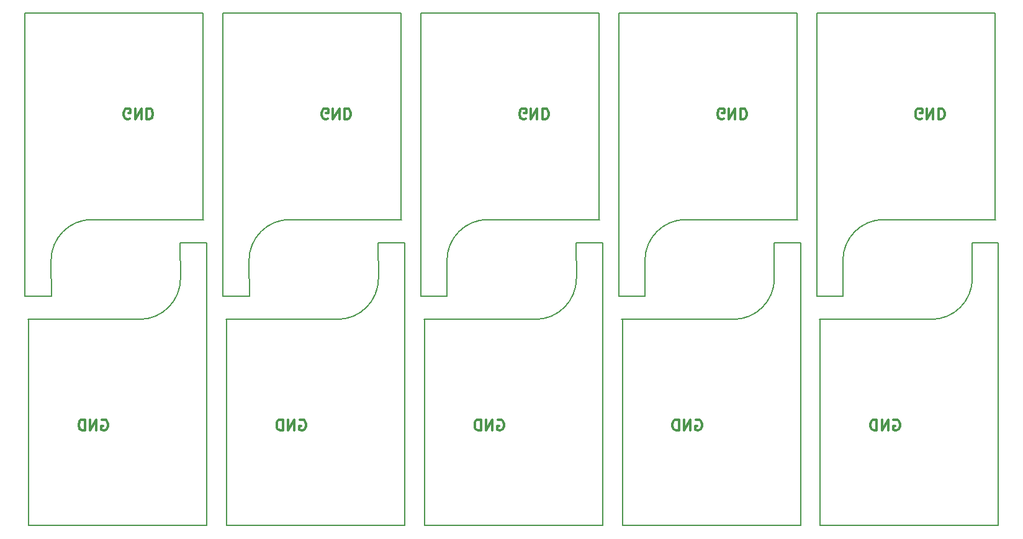
<source format=gbp>
%MOIN*%
%OFA0B0*%
%FSLAX46Y46*%
%IPPOS*%
%LPD*%
%ADD10C,0.0039370078740157488*%
%ADD11C,0.005905511811023622*%
%ADD12C,0.011811023622047244*%
%ADD23C,0.0039370078740157488*%
%ADD24C,0.005905511811023622*%
%ADD25C,0.011811023622047244*%
%ADD26C,0.0039370078740157488*%
%ADD27C,0.005905511811023622*%
%ADD28C,0.011811023622047244*%
%ADD29C,0.0039370078740157488*%
%ADD30C,0.005905511811023622*%
%ADD31C,0.011811023622047244*%
%ADD32C,0.0039370078740157488*%
%ADD33C,0.005905511811023622*%
%ADD34C,0.011811023622047244*%
%ADD35C,0.0039370078740157488*%
%ADD36C,0.005905511811023622*%
%ADD37C,0.011811023622047244*%
%ADD38C,0.0039370078740157488*%
%ADD39C,0.005905511811023622*%
%ADD40C,0.011811023622047244*%
%ADD41C,0.0039370078740157488*%
%ADD42C,0.005905511811023622*%
%ADD43C,0.011811023622047244*%
%ADD44C,0.0039370078740157488*%
%ADD45C,0.005905511811023622*%
%ADD46C,0.011811023622047244*%
%ADD47C,0.0039370078740157488*%
%ADD48C,0.005905511811023622*%
%ADD49C,0.011811023622047244*%
G01G01*
D10*
D11*
X0000914960Y0001346220D02*
G75*
G03G03X0001134960Y0001566220J0000220000D01X0001134960Y0001566220J0000220000D01*
G01G01*
D12*
X0000711947Y0000805960D02*
X0000717571Y0000808772D01*
X0000726007Y0000808772D01*
X0000734444Y0000805960D01*
X0000740068Y0000800336D01*
X0000742880Y0000794712D01*
X0000745692Y0000783463D01*
X0000745692Y0000775027D01*
X0000742880Y0000763778D01*
X0000740068Y0000758154D01*
X0000734444Y0000752529D01*
X0000726007Y0000749717D01*
X0000720383Y0000749717D01*
X0000711947Y0000752529D01*
X0000709134Y0000755341D01*
X0000709134Y0000775027D01*
X0000720383Y0000775027D01*
X0000683825Y0000749717D02*
X0000683825Y0000808772D01*
X0000650079Y0000749717D01*
X0000650079Y0000808772D01*
X0000621958Y0000749717D02*
X0000621958Y0000808772D01*
X0000607897Y0000808772D01*
X0000599461Y0000805960D01*
X0000593836Y0000800336D01*
X0000591024Y0000794712D01*
X0000588212Y0000783463D01*
X0000588212Y0000775027D01*
X0000591024Y0000763778D01*
X0000593836Y0000758154D01*
X0000599461Y0000752529D01*
X0000607897Y0000749717D01*
X0000621958Y0000749717D01*
D11*
X0000318527Y0000239031D02*
X0000318527Y0001343362D01*
X0001275220Y0000239031D02*
X0000318527Y0000239031D01*
X0001275220Y0001756748D02*
X0001275220Y0000239031D01*
X0001133488Y0001756748D02*
X0001275220Y0001756748D01*
X0001134960Y0001566220D02*
X0001133488Y0001756748D01*
X0000314960Y0001346220D02*
X0000914960Y0001346220D01*
G04 next file*
G04 Gerber Fmt 4.6, Leading zero omitted, Abs format (unit mm)*
G04 Created by KiCad (PCBNEW 4.0.7) date Monday, 05 March 2018 'PMt' 22:45:11*
G01G01*
G04 APERTURE LIST*
G04 APERTURE END LIST*
D23*
D24*
X0001722834Y0001882125D02*
G75*
G03G03X0001502834Y0001662125J-0000220000D01X0001502834Y0001662125J-0000220000D01*
G01G01*
D25*
X0001925848Y0002422385D02*
X0001920223Y0002419573D01*
X0001911787Y0002419573D01*
X0001903350Y0002422385D01*
X0001897726Y0002428010D01*
X0001894914Y0002433634D01*
X0001892102Y0002444883D01*
X0001892102Y0002453319D01*
X0001894914Y0002464568D01*
X0001897726Y0002470192D01*
X0001903350Y0002475816D01*
X0001911787Y0002478628D01*
X0001917411Y0002478628D01*
X0001925848Y0002475816D01*
X0001928660Y0002473004D01*
X0001928660Y0002453319D01*
X0001917411Y0002453319D01*
X0001953969Y0002478628D02*
X0001953969Y0002419573D01*
X0001987715Y0002478628D01*
X0001987715Y0002419573D01*
X0002015836Y0002478628D02*
X0002015836Y0002419573D01*
X0002029897Y0002419573D01*
X0002038334Y0002422385D01*
X0002043958Y0002428010D01*
X0002046770Y0002433634D01*
X0002049582Y0002444883D01*
X0002049582Y0002453319D01*
X0002046770Y0002464568D01*
X0002043958Y0002470192D01*
X0002038334Y0002475816D01*
X0002029897Y0002478628D01*
X0002015836Y0002478628D01*
D24*
X0002319267Y0002989314D02*
X0002319267Y0001884984D01*
X0001362574Y0002989314D02*
X0002319267Y0002989314D01*
X0001362574Y0001471598D02*
X0001362574Y0002989314D01*
X0001504307Y0001471598D02*
X0001362574Y0001471598D01*
X0001502834Y0001662125D02*
X0001504307Y0001471598D01*
X0002322834Y0001882125D02*
X0001722834Y0001882125D01*
G04 next file*
G04 Gerber Fmt 4.6, Leading zero omitted, Abs format (unit mm)*
G04 Created by KiCad (PCBNEW 4.0.7) date Monday, 05 March 2018 'PMt' 22:45:11*
G01G01*
G04 APERTURE LIST*
G04 APERTURE END LIST*
D26*
D27*
X0001977952Y0001346220D02*
G75*
G03G03X0002197952Y0001566220J0000220000D01X0002197952Y0001566220J0000220000D01*
G01G01*
D28*
X0001774939Y0000805960D02*
X0001780563Y0000808772D01*
X0001789000Y0000808772D01*
X0001797436Y0000805960D01*
X0001803060Y0000800336D01*
X0001805872Y0000794712D01*
X0001808685Y0000783463D01*
X0001808685Y0000775027D01*
X0001805872Y0000763778D01*
X0001803060Y0000758154D01*
X0001797436Y0000752529D01*
X0001789000Y0000749717D01*
X0001783375Y0000749717D01*
X0001774939Y0000752529D01*
X0001772127Y0000755341D01*
X0001772127Y0000775027D01*
X0001783375Y0000775027D01*
X0001746817Y0000749717D02*
X0001746817Y0000808772D01*
X0001713071Y0000749717D01*
X0001713071Y0000808772D01*
X0001684950Y0000749717D02*
X0001684950Y0000808772D01*
X0001670889Y0000808772D01*
X0001662453Y0000805960D01*
X0001656828Y0000800336D01*
X0001654016Y0000794712D01*
X0001651204Y0000783463D01*
X0001651204Y0000775027D01*
X0001654016Y0000763778D01*
X0001656828Y0000758154D01*
X0001662453Y0000752529D01*
X0001670889Y0000749717D01*
X0001684950Y0000749717D01*
D27*
X0001381519Y0000239031D02*
X0001381519Y0001343362D01*
X0002338212Y0000239031D02*
X0001381519Y0000239031D01*
X0002338212Y0001756748D02*
X0002338212Y0000239031D01*
X0002196480Y0001756748D02*
X0002338212Y0001756748D01*
X0002197952Y0001566220D02*
X0002196480Y0001756748D01*
X0001377952Y0001346220D02*
X0001977952Y0001346220D01*
G04 next file*
G04 Gerber Fmt 4.6, Leading zero omitted, Abs format (unit mm)*
G04 Created by KiCad (PCBNEW 4.0.7) date Monday, 05 March 2018 'PMt' 22:45:11*
G01G01*
G04 APERTURE LIST*
G04 APERTURE END LIST*
D29*
D30*
X0000659842Y0001882125D02*
G75*
G03G03X0000439842Y0001662125J-0000220000D01X0000439842Y0001662125J-0000220000D01*
G01G01*
D31*
X0000862856Y0002422385D02*
X0000857231Y0002419573D01*
X0000848795Y0002419573D01*
X0000840358Y0002422385D01*
X0000834734Y0002428010D01*
X0000831922Y0002433634D01*
X0000829110Y0002444883D01*
X0000829110Y0002453319D01*
X0000831922Y0002464568D01*
X0000834734Y0002470192D01*
X0000840358Y0002475816D01*
X0000848795Y0002478628D01*
X0000854419Y0002478628D01*
X0000862856Y0002475816D01*
X0000865668Y0002473004D01*
X0000865668Y0002453319D01*
X0000854419Y0002453319D01*
X0000890977Y0002478628D02*
X0000890977Y0002419573D01*
X0000924723Y0002478628D01*
X0000924723Y0002419573D01*
X0000952844Y0002478628D02*
X0000952844Y0002419573D01*
X0000966905Y0002419573D01*
X0000975341Y0002422385D01*
X0000980966Y0002428010D01*
X0000983778Y0002433634D01*
X0000986590Y0002444883D01*
X0000986590Y0002453319D01*
X0000983778Y0002464568D01*
X0000980966Y0002470192D01*
X0000975341Y0002475816D01*
X0000966905Y0002478628D01*
X0000952844Y0002478628D01*
D30*
X0001256275Y0002989314D02*
X0001256275Y0001884984D01*
X0000299582Y0002989314D02*
X0001256275Y0002989314D01*
X0000299582Y0001471598D02*
X0000299582Y0002989314D01*
X0000441314Y0001471598D02*
X0000299582Y0001471598D01*
X0000439842Y0001662125D02*
X0000441314Y0001471598D01*
X0001259842Y0001882125D02*
X0000659842Y0001882125D01*
G04 next file*
G04 Gerber Fmt 4.6, Leading zero omitted, Abs format (unit mm)*
G04 Created by KiCad (PCBNEW 4.0.7) date Monday, 05 March 2018 'PMt' 22:45:11*
G01G01*
G04 APERTURE LIST*
G04 APERTURE END LIST*
D32*
D33*
X0002785826Y0001882125D02*
G75*
G03G03X0002565826Y0001662125J-0000220000D01X0002565826Y0001662125J-0000220000D01*
G01G01*
D34*
X0002988840Y0002422385D02*
X0002983215Y0002419573D01*
X0002974779Y0002419573D01*
X0002966343Y0002422385D01*
X0002960718Y0002428010D01*
X0002957906Y0002433634D01*
X0002955094Y0002444883D01*
X0002955094Y0002453319D01*
X0002957906Y0002464568D01*
X0002960718Y0002470192D01*
X0002966343Y0002475816D01*
X0002974779Y0002478628D01*
X0002980403Y0002478628D01*
X0002988840Y0002475816D01*
X0002991652Y0002473004D01*
X0002991652Y0002453319D01*
X0002980403Y0002453319D01*
X0003016961Y0002478628D02*
X0003016961Y0002419573D01*
X0003050707Y0002478628D01*
X0003050707Y0002419573D01*
X0003078829Y0002478628D02*
X0003078829Y0002419573D01*
X0003092889Y0002419573D01*
X0003101326Y0002422385D01*
X0003106950Y0002428010D01*
X0003109762Y0002433634D01*
X0003112574Y0002444883D01*
X0003112574Y0002453319D01*
X0003109762Y0002464568D01*
X0003106950Y0002470192D01*
X0003101326Y0002475816D01*
X0003092889Y0002478628D01*
X0003078829Y0002478628D01*
D33*
X0003382259Y0002989314D02*
X0003382259Y0001884984D01*
X0002425566Y0002989314D02*
X0003382259Y0002989314D01*
X0002425566Y0001471598D02*
X0002425566Y0002989314D01*
X0002567299Y0001471598D02*
X0002425566Y0001471598D01*
X0002565826Y0001662125D02*
X0002567299Y0001471598D01*
X0003385826Y0001882125D02*
X0002785826Y0001882125D01*
G04 next file*
G04 Gerber Fmt 4.6, Leading zero omitted, Abs format (unit mm)*
G04 Created by KiCad (PCBNEW 4.0.7) date Monday, 05 March 2018 'PMt' 22:45:11*
G01G01*
G04 APERTURE LIST*
G04 APERTURE END LIST*
D35*
D36*
X0003040944Y0001346220D02*
G75*
G03G03X0003260944Y0001566220J0000220000D01X0003260944Y0001566220J0000220000D01*
G01G01*
D37*
X0002837931Y0000805960D02*
X0002843555Y0000808772D01*
X0002851992Y0000808772D01*
X0002860428Y0000805960D01*
X0002866052Y0000800336D01*
X0002868865Y0000794712D01*
X0002871677Y0000783463D01*
X0002871677Y0000775027D01*
X0002868865Y0000763778D01*
X0002866052Y0000758154D01*
X0002860428Y0000752529D01*
X0002851992Y0000749717D01*
X0002846367Y0000749717D01*
X0002837931Y0000752529D01*
X0002835119Y0000755341D01*
X0002835119Y0000775027D01*
X0002846367Y0000775027D01*
X0002809809Y0000749717D02*
X0002809809Y0000808772D01*
X0002776064Y0000749717D01*
X0002776064Y0000808772D01*
X0002747942Y0000749717D02*
X0002747942Y0000808772D01*
X0002733881Y0000808772D01*
X0002725445Y0000805960D01*
X0002719821Y0000800336D01*
X0002717008Y0000794712D01*
X0002714196Y0000783463D01*
X0002714196Y0000775027D01*
X0002717008Y0000763778D01*
X0002719821Y0000758154D01*
X0002725445Y0000752529D01*
X0002733881Y0000749717D01*
X0002747942Y0000749717D01*
D36*
X0002444511Y0000239031D02*
X0002444511Y0001343362D01*
X0003401204Y0000239031D02*
X0002444511Y0000239031D01*
X0003401204Y0001756748D02*
X0003401204Y0000239031D01*
X0003259472Y0001756748D02*
X0003401204Y0001756748D01*
X0003260944Y0001566220D02*
X0003259472Y0001756748D01*
X0002440944Y0001346220D02*
X0003040944Y0001346220D01*
G04 next file*
G04 Gerber Fmt 4.6, Leading zero omitted, Abs format (unit mm)*
G04 Created by KiCad (PCBNEW 4.0.7) date Monday, 05 March 2018 'PMt' 22:45:11*
G01G01*
G04 APERTURE LIST*
G04 APERTURE END LIST*
D38*
D39*
X0004103937Y0001346220D02*
G75*
G03G03X0004323937Y0001566220J0000220000D01X0004323937Y0001566220J0000220000D01*
G01G01*
D40*
X0003900923Y0000805960D02*
X0003906547Y0000808772D01*
X0003914984Y0000808772D01*
X0003923420Y0000805960D01*
X0003929045Y0000800336D01*
X0003931857Y0000794712D01*
X0003934669Y0000783463D01*
X0003934669Y0000775027D01*
X0003931857Y0000763778D01*
X0003929045Y0000758154D01*
X0003923420Y0000752529D01*
X0003914984Y0000749717D01*
X0003909359Y0000749717D01*
X0003900923Y0000752529D01*
X0003898111Y0000755341D01*
X0003898111Y0000775027D01*
X0003909359Y0000775027D01*
X0003872802Y0000749717D02*
X0003872802Y0000808772D01*
X0003839056Y0000749717D01*
X0003839056Y0000808772D01*
X0003810934Y0000749717D02*
X0003810934Y0000808772D01*
X0003796873Y0000808772D01*
X0003788437Y0000805960D01*
X0003782813Y0000800336D01*
X0003780001Y0000794712D01*
X0003777188Y0000783463D01*
X0003777188Y0000775027D01*
X0003780001Y0000763778D01*
X0003782813Y0000758154D01*
X0003788437Y0000752529D01*
X0003796873Y0000749717D01*
X0003810934Y0000749717D01*
D39*
X0003507503Y0000239031D02*
X0003507503Y0001343362D01*
X0004464196Y0000239031D02*
X0003507503Y0000239031D01*
X0004464196Y0001756748D02*
X0004464196Y0000239031D01*
X0004322464Y0001756748D02*
X0004464196Y0001756748D01*
X0004323937Y0001566220D02*
X0004322464Y0001756748D01*
X0003503937Y0001346220D02*
X0004103937Y0001346220D01*
G04 next file*
G04 Gerber Fmt 4.6, Leading zero omitted, Abs format (unit mm)*
G04 Created by KiCad (PCBNEW 4.0.7) date Monday, 05 March 2018 'PMt' 22:45:11*
G01G01*
G04 APERTURE LIST*
G04 APERTURE END LIST*
D41*
D42*
X0003848818Y0001882125D02*
G75*
G03G03X0003628818Y0001662125J-0000220000D01X0003628818Y0001662125J-0000220000D01*
G01G01*
D43*
X0004051832Y0002422385D02*
X0004046208Y0002419573D01*
X0004037771Y0002419573D01*
X0004029335Y0002422385D01*
X0004023710Y0002428010D01*
X0004020898Y0002433634D01*
X0004018086Y0002444883D01*
X0004018086Y0002453319D01*
X0004020898Y0002464568D01*
X0004023710Y0002470192D01*
X0004029335Y0002475816D01*
X0004037771Y0002478628D01*
X0004043395Y0002478628D01*
X0004051832Y0002475816D01*
X0004054644Y0002473004D01*
X0004054644Y0002453319D01*
X0004043395Y0002453319D01*
X0004079953Y0002478628D02*
X0004079953Y0002419573D01*
X0004113699Y0002478628D01*
X0004113699Y0002419573D01*
X0004141821Y0002478628D02*
X0004141821Y0002419573D01*
X0004155881Y0002419573D01*
X0004164318Y0002422385D01*
X0004169942Y0002428010D01*
X0004172754Y0002433634D01*
X0004175566Y0002444883D01*
X0004175566Y0002453319D01*
X0004172754Y0002464568D01*
X0004169942Y0002470192D01*
X0004164318Y0002475816D01*
X0004155881Y0002478628D01*
X0004141821Y0002478628D01*
D42*
X0004445251Y0002989314D02*
X0004445251Y0001884984D01*
X0003488559Y0002989314D02*
X0004445251Y0002989314D01*
X0003488559Y0001471598D02*
X0003488559Y0002989314D01*
X0003630291Y0001471598D02*
X0003488559Y0001471598D01*
X0003628818Y0001662125D02*
X0003630291Y0001471598D01*
X0004448818Y0001882125D02*
X0003848818Y0001882125D01*
G04 next file*
G04 Gerber Fmt 4.6, Leading zero omitted, Abs format (unit mm)*
G04 Created by KiCad (PCBNEW 4.0.7) date Monday, 05 March 2018 'PMt' 22:45:11*
G01G01*
G04 APERTURE LIST*
G04 APERTURE END LIST*
D44*
D45*
X0005166929Y0001346220D02*
G75*
G03G03X0005386929Y0001566220J0000220000D01X0005386929Y0001566220J0000220000D01*
G01G01*
D46*
X0004963915Y0000805960D02*
X0004969539Y0000808772D01*
X0004977976Y0000808772D01*
X0004986412Y0000805960D01*
X0004992037Y0000800336D01*
X0004994849Y0000794712D01*
X0004997661Y0000783463D01*
X0004997661Y0000775027D01*
X0004994849Y0000763778D01*
X0004992037Y0000758154D01*
X0004986412Y0000752529D01*
X0004977976Y0000749717D01*
X0004972352Y0000749717D01*
X0004963915Y0000752529D01*
X0004961103Y0000755341D01*
X0004961103Y0000775027D01*
X0004972352Y0000775027D01*
X0004935794Y0000749717D02*
X0004935794Y0000808772D01*
X0004902048Y0000749717D01*
X0004902048Y0000808772D01*
X0004873926Y0000749717D02*
X0004873926Y0000808772D01*
X0004859866Y0000808772D01*
X0004851429Y0000805960D01*
X0004845805Y0000800336D01*
X0004842993Y0000794712D01*
X0004840181Y0000783463D01*
X0004840181Y0000775027D01*
X0004842993Y0000763778D01*
X0004845805Y0000758154D01*
X0004851429Y0000752529D01*
X0004859866Y0000749717D01*
X0004873926Y0000749717D01*
D45*
X0004570496Y0000239031D02*
X0004570496Y0001343362D01*
X0005527188Y0000239031D02*
X0004570496Y0000239031D01*
X0005527188Y0001756748D02*
X0005527188Y0000239031D01*
X0005385456Y0001756748D02*
X0005527188Y0001756748D01*
X0005386929Y0001566220D02*
X0005385456Y0001756748D01*
X0004566929Y0001346220D02*
X0005166929Y0001346220D01*
G04 next file*
G04 Gerber Fmt 4.6, Leading zero omitted, Abs format (unit mm)*
G04 Created by KiCad (PCBNEW 4.0.7) date Monday, 05 March 2018 'PMt' 22:45:11*
G01G01*
G04 APERTURE LIST*
G04 APERTURE END LIST*
D47*
D48*
X0004911810Y0001882125D02*
G75*
G03G03X0004691811Y0001662125J-0000220000D01X0004691811Y0001662125J-0000220000D01*
G01G01*
D49*
X0005114824Y0002422385D02*
X0005109200Y0002419573D01*
X0005100763Y0002419573D01*
X0005092327Y0002422385D01*
X0005086703Y0002428010D01*
X0005083890Y0002433634D01*
X0005081078Y0002444883D01*
X0005081078Y0002453319D01*
X0005083890Y0002464568D01*
X0005086703Y0002470192D01*
X0005092327Y0002475816D01*
X0005100763Y0002478628D01*
X0005106388Y0002478628D01*
X0005114824Y0002475816D01*
X0005117636Y0002473004D01*
X0005117636Y0002453319D01*
X0005106388Y0002453319D01*
X0005142946Y0002478628D02*
X0005142946Y0002419573D01*
X0005176691Y0002478628D01*
X0005176691Y0002419573D01*
X0005204813Y0002478628D02*
X0005204813Y0002419573D01*
X0005218874Y0002419573D01*
X0005227310Y0002422385D01*
X0005232934Y0002428010D01*
X0005235746Y0002433634D01*
X0005238559Y0002444883D01*
X0005238559Y0002453319D01*
X0005235746Y0002464568D01*
X0005232934Y0002470192D01*
X0005227310Y0002475816D01*
X0005218874Y0002478628D01*
X0005204813Y0002478628D01*
D48*
X0005508244Y0002989314D02*
X0005508244Y0001884984D01*
X0004551551Y0002989314D02*
X0005508244Y0002989314D01*
X0004551551Y0001471598D02*
X0004551551Y0002989314D01*
X0004693283Y0001471598D02*
X0004551551Y0001471598D01*
X0004691811Y0001662125D02*
X0004693283Y0001471598D01*
X0005511811Y0001882125D02*
X0004911810Y0001882125D01*
M02*
</source>
